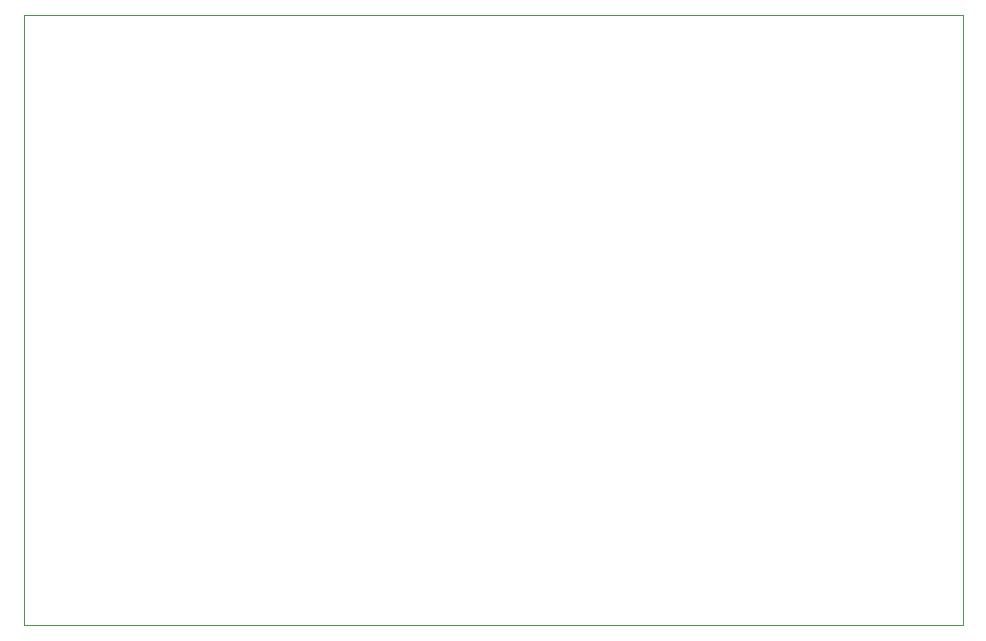
<source format=gbr>
%TF.GenerationSoftware,KiCad,Pcbnew,9.0.2-9.0.2-0~ubuntu24.04.1*%
%TF.CreationDate,2025-06-13T19:30:26+01:00*%
%TF.ProjectId,SoundCard,536f756e-6443-4617-9264-2e6b69636164,rev?*%
%TF.SameCoordinates,Original*%
%TF.FileFunction,Profile,NP*%
%FSLAX46Y46*%
G04 Gerber Fmt 4.6, Leading zero omitted, Abs format (unit mm)*
G04 Created by KiCad (PCBNEW 9.0.2-9.0.2-0~ubuntu24.04.1) date 2025-06-13 19:30:26*
%MOMM*%
%LPD*%
G01*
G04 APERTURE LIST*
%TA.AperFunction,Profile*%
%ADD10C,0.050000*%
%TD*%
G04 APERTURE END LIST*
D10*
X124561600Y-57658000D02*
X204063600Y-57658000D01*
X204063600Y-109321600D01*
X124561600Y-109321600D01*
X124561600Y-57658000D01*
M02*

</source>
